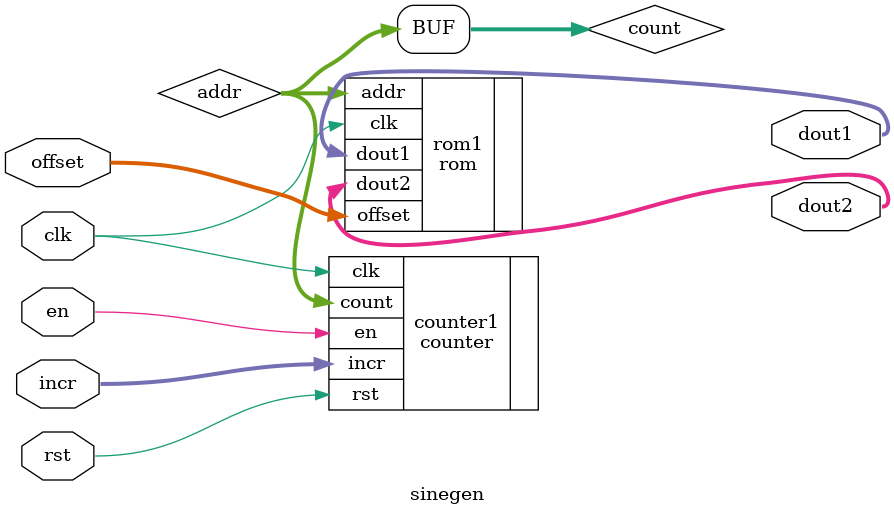
<source format=sv>
module sinegen #(
    parameter ADDRESS_WIDTH = 8,
    parameter DATA_WIDTH = 8
) (
    input logic clk,
    input logic rst,
    input logic en,
    input logic [ADDRESS_WIDTH-1:0] incr,
    input logic [ADDRESS_WIDTH-1:0] offset,
    output logic [DATA_WIDTH-1:0] dout1,
    output logic [DATA_WIDTH-1:0] dout2
);

logic [ADDRESS_WIDTH-1:0] count;
logic [ADDRESS_WIDTH-1:0] addr;

assign addr = count;

rom #(
    .ADDRESS_WIDTH(ADDRESS_WIDTH),
    .DATA_WIDTH(DATA_WIDTH)
) rom1 (
    .clk(clk),
    .addr(addr),
    .dout1(dout1),
    .dout2(dout2),
    .offset(offset)
);

counter #(
    .WIDTH(ADDRESS_WIDTH)
) counter1 (
    .clk(clk),
    .rst(rst),
    .en(en),
    .incr(incr),
    .count(count)
);

    
endmodule


</source>
